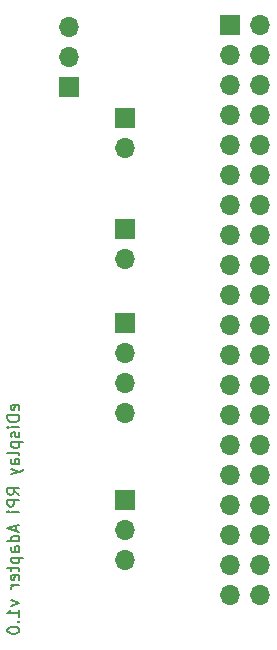
<source format=gbs>
%TF.GenerationSoftware,KiCad,Pcbnew,7.0.2-6a45011f42~172~ubuntu20.04.1*%
%TF.CreationDate,2023-04-23T14:48:57-04:00*%
%TF.ProjectId,RPiHeaderAdapter,52506948-6561-4646-9572-416461707465,rev?*%
%TF.SameCoordinates,Original*%
%TF.FileFunction,Soldermask,Bot*%
%TF.FilePolarity,Negative*%
%FSLAX46Y46*%
G04 Gerber Fmt 4.6, Leading zero omitted, Abs format (unit mm)*
G04 Created by KiCad (PCBNEW 7.0.2-6a45011f42~172~ubuntu20.04.1) date 2023-04-23 14:48:57*
%MOMM*%
%LPD*%
G01*
G04 APERTURE LIST*
%ADD10C,0.150000*%
%ADD11R,1.700000X1.700000*%
%ADD12O,1.700000X1.700000*%
G04 APERTURE END LIST*
D10*
X125839400Y-91220847D02*
X125887019Y-91125609D01*
X125887019Y-91125609D02*
X125887019Y-90935133D01*
X125887019Y-90935133D02*
X125839400Y-90839895D01*
X125839400Y-90839895D02*
X125744161Y-90792276D01*
X125744161Y-90792276D02*
X125363209Y-90792276D01*
X125363209Y-90792276D02*
X125267971Y-90839895D01*
X125267971Y-90839895D02*
X125220352Y-90935133D01*
X125220352Y-90935133D02*
X125220352Y-91125609D01*
X125220352Y-91125609D02*
X125267971Y-91220847D01*
X125267971Y-91220847D02*
X125363209Y-91268466D01*
X125363209Y-91268466D02*
X125458447Y-91268466D01*
X125458447Y-91268466D02*
X125553685Y-90792276D01*
X125887019Y-91697038D02*
X124887019Y-91697038D01*
X124887019Y-91697038D02*
X124887019Y-91935133D01*
X124887019Y-91935133D02*
X124934638Y-92077990D01*
X124934638Y-92077990D02*
X125029876Y-92173228D01*
X125029876Y-92173228D02*
X125125114Y-92220847D01*
X125125114Y-92220847D02*
X125315590Y-92268466D01*
X125315590Y-92268466D02*
X125458447Y-92268466D01*
X125458447Y-92268466D02*
X125648923Y-92220847D01*
X125648923Y-92220847D02*
X125744161Y-92173228D01*
X125744161Y-92173228D02*
X125839400Y-92077990D01*
X125839400Y-92077990D02*
X125887019Y-91935133D01*
X125887019Y-91935133D02*
X125887019Y-91697038D01*
X125887019Y-92697038D02*
X125220352Y-92697038D01*
X124887019Y-92697038D02*
X124934638Y-92649419D01*
X124934638Y-92649419D02*
X124982257Y-92697038D01*
X124982257Y-92697038D02*
X124934638Y-92744657D01*
X124934638Y-92744657D02*
X124887019Y-92697038D01*
X124887019Y-92697038D02*
X124982257Y-92697038D01*
X125839400Y-93125609D02*
X125887019Y-93220847D01*
X125887019Y-93220847D02*
X125887019Y-93411323D01*
X125887019Y-93411323D02*
X125839400Y-93506561D01*
X125839400Y-93506561D02*
X125744161Y-93554180D01*
X125744161Y-93554180D02*
X125696542Y-93554180D01*
X125696542Y-93554180D02*
X125601304Y-93506561D01*
X125601304Y-93506561D02*
X125553685Y-93411323D01*
X125553685Y-93411323D02*
X125553685Y-93268466D01*
X125553685Y-93268466D02*
X125506066Y-93173228D01*
X125506066Y-93173228D02*
X125410828Y-93125609D01*
X125410828Y-93125609D02*
X125363209Y-93125609D01*
X125363209Y-93125609D02*
X125267971Y-93173228D01*
X125267971Y-93173228D02*
X125220352Y-93268466D01*
X125220352Y-93268466D02*
X125220352Y-93411323D01*
X125220352Y-93411323D02*
X125267971Y-93506561D01*
X125220352Y-93982752D02*
X126220352Y-93982752D01*
X125267971Y-93982752D02*
X125220352Y-94077990D01*
X125220352Y-94077990D02*
X125220352Y-94268466D01*
X125220352Y-94268466D02*
X125267971Y-94363704D01*
X125267971Y-94363704D02*
X125315590Y-94411323D01*
X125315590Y-94411323D02*
X125410828Y-94458942D01*
X125410828Y-94458942D02*
X125696542Y-94458942D01*
X125696542Y-94458942D02*
X125791780Y-94411323D01*
X125791780Y-94411323D02*
X125839400Y-94363704D01*
X125839400Y-94363704D02*
X125887019Y-94268466D01*
X125887019Y-94268466D02*
X125887019Y-94077990D01*
X125887019Y-94077990D02*
X125839400Y-93982752D01*
X125887019Y-95030371D02*
X125839400Y-94935133D01*
X125839400Y-94935133D02*
X125744161Y-94887514D01*
X125744161Y-94887514D02*
X124887019Y-94887514D01*
X125887019Y-95839895D02*
X125363209Y-95839895D01*
X125363209Y-95839895D02*
X125267971Y-95792276D01*
X125267971Y-95792276D02*
X125220352Y-95697038D01*
X125220352Y-95697038D02*
X125220352Y-95506562D01*
X125220352Y-95506562D02*
X125267971Y-95411324D01*
X125839400Y-95839895D02*
X125887019Y-95744657D01*
X125887019Y-95744657D02*
X125887019Y-95506562D01*
X125887019Y-95506562D02*
X125839400Y-95411324D01*
X125839400Y-95411324D02*
X125744161Y-95363705D01*
X125744161Y-95363705D02*
X125648923Y-95363705D01*
X125648923Y-95363705D02*
X125553685Y-95411324D01*
X125553685Y-95411324D02*
X125506066Y-95506562D01*
X125506066Y-95506562D02*
X125506066Y-95744657D01*
X125506066Y-95744657D02*
X125458447Y-95839895D01*
X125220352Y-96220848D02*
X125887019Y-96458943D01*
X125220352Y-96697038D02*
X125887019Y-96458943D01*
X125887019Y-96458943D02*
X126125114Y-96363705D01*
X126125114Y-96363705D02*
X126172733Y-96316086D01*
X126172733Y-96316086D02*
X126220352Y-96220848D01*
X125887019Y-98411324D02*
X125410828Y-98077991D01*
X125887019Y-97839896D02*
X124887019Y-97839896D01*
X124887019Y-97839896D02*
X124887019Y-98220848D01*
X124887019Y-98220848D02*
X124934638Y-98316086D01*
X124934638Y-98316086D02*
X124982257Y-98363705D01*
X124982257Y-98363705D02*
X125077495Y-98411324D01*
X125077495Y-98411324D02*
X125220352Y-98411324D01*
X125220352Y-98411324D02*
X125315590Y-98363705D01*
X125315590Y-98363705D02*
X125363209Y-98316086D01*
X125363209Y-98316086D02*
X125410828Y-98220848D01*
X125410828Y-98220848D02*
X125410828Y-97839896D01*
X125887019Y-98839896D02*
X124887019Y-98839896D01*
X124887019Y-98839896D02*
X124887019Y-99220848D01*
X124887019Y-99220848D02*
X124934638Y-99316086D01*
X124934638Y-99316086D02*
X124982257Y-99363705D01*
X124982257Y-99363705D02*
X125077495Y-99411324D01*
X125077495Y-99411324D02*
X125220352Y-99411324D01*
X125220352Y-99411324D02*
X125315590Y-99363705D01*
X125315590Y-99363705D02*
X125363209Y-99316086D01*
X125363209Y-99316086D02*
X125410828Y-99220848D01*
X125410828Y-99220848D02*
X125410828Y-98839896D01*
X125887019Y-99839896D02*
X125220352Y-99839896D01*
X124887019Y-99839896D02*
X124934638Y-99792277D01*
X124934638Y-99792277D02*
X124982257Y-99839896D01*
X124982257Y-99839896D02*
X124934638Y-99887515D01*
X124934638Y-99887515D02*
X124887019Y-99839896D01*
X124887019Y-99839896D02*
X124982257Y-99839896D01*
X125601304Y-101030372D02*
X125601304Y-101506562D01*
X125887019Y-100935134D02*
X124887019Y-101268467D01*
X124887019Y-101268467D02*
X125887019Y-101601800D01*
X125887019Y-102363705D02*
X124887019Y-102363705D01*
X125839400Y-102363705D02*
X125887019Y-102268467D01*
X125887019Y-102268467D02*
X125887019Y-102077991D01*
X125887019Y-102077991D02*
X125839400Y-101982753D01*
X125839400Y-101982753D02*
X125791780Y-101935134D01*
X125791780Y-101935134D02*
X125696542Y-101887515D01*
X125696542Y-101887515D02*
X125410828Y-101887515D01*
X125410828Y-101887515D02*
X125315590Y-101935134D01*
X125315590Y-101935134D02*
X125267971Y-101982753D01*
X125267971Y-101982753D02*
X125220352Y-102077991D01*
X125220352Y-102077991D02*
X125220352Y-102268467D01*
X125220352Y-102268467D02*
X125267971Y-102363705D01*
X125887019Y-103268467D02*
X125363209Y-103268467D01*
X125363209Y-103268467D02*
X125267971Y-103220848D01*
X125267971Y-103220848D02*
X125220352Y-103125610D01*
X125220352Y-103125610D02*
X125220352Y-102935134D01*
X125220352Y-102935134D02*
X125267971Y-102839896D01*
X125839400Y-103268467D02*
X125887019Y-103173229D01*
X125887019Y-103173229D02*
X125887019Y-102935134D01*
X125887019Y-102935134D02*
X125839400Y-102839896D01*
X125839400Y-102839896D02*
X125744161Y-102792277D01*
X125744161Y-102792277D02*
X125648923Y-102792277D01*
X125648923Y-102792277D02*
X125553685Y-102839896D01*
X125553685Y-102839896D02*
X125506066Y-102935134D01*
X125506066Y-102935134D02*
X125506066Y-103173229D01*
X125506066Y-103173229D02*
X125458447Y-103268467D01*
X125220352Y-103744658D02*
X126220352Y-103744658D01*
X125267971Y-103744658D02*
X125220352Y-103839896D01*
X125220352Y-103839896D02*
X125220352Y-104030372D01*
X125220352Y-104030372D02*
X125267971Y-104125610D01*
X125267971Y-104125610D02*
X125315590Y-104173229D01*
X125315590Y-104173229D02*
X125410828Y-104220848D01*
X125410828Y-104220848D02*
X125696542Y-104220848D01*
X125696542Y-104220848D02*
X125791780Y-104173229D01*
X125791780Y-104173229D02*
X125839400Y-104125610D01*
X125839400Y-104125610D02*
X125887019Y-104030372D01*
X125887019Y-104030372D02*
X125887019Y-103839896D01*
X125887019Y-103839896D02*
X125839400Y-103744658D01*
X125220352Y-104506563D02*
X125220352Y-104887515D01*
X124887019Y-104649420D02*
X125744161Y-104649420D01*
X125744161Y-104649420D02*
X125839400Y-104697039D01*
X125839400Y-104697039D02*
X125887019Y-104792277D01*
X125887019Y-104792277D02*
X125887019Y-104887515D01*
X125839400Y-105601801D02*
X125887019Y-105506563D01*
X125887019Y-105506563D02*
X125887019Y-105316087D01*
X125887019Y-105316087D02*
X125839400Y-105220849D01*
X125839400Y-105220849D02*
X125744161Y-105173230D01*
X125744161Y-105173230D02*
X125363209Y-105173230D01*
X125363209Y-105173230D02*
X125267971Y-105220849D01*
X125267971Y-105220849D02*
X125220352Y-105316087D01*
X125220352Y-105316087D02*
X125220352Y-105506563D01*
X125220352Y-105506563D02*
X125267971Y-105601801D01*
X125267971Y-105601801D02*
X125363209Y-105649420D01*
X125363209Y-105649420D02*
X125458447Y-105649420D01*
X125458447Y-105649420D02*
X125553685Y-105173230D01*
X125887019Y-106077992D02*
X125220352Y-106077992D01*
X125410828Y-106077992D02*
X125315590Y-106125611D01*
X125315590Y-106125611D02*
X125267971Y-106173230D01*
X125267971Y-106173230D02*
X125220352Y-106268468D01*
X125220352Y-106268468D02*
X125220352Y-106363706D01*
X125220352Y-107363707D02*
X125887019Y-107601802D01*
X125887019Y-107601802D02*
X125220352Y-107839897D01*
X125887019Y-108744659D02*
X125887019Y-108173231D01*
X125887019Y-108458945D02*
X124887019Y-108458945D01*
X124887019Y-108458945D02*
X125029876Y-108363707D01*
X125029876Y-108363707D02*
X125125114Y-108268469D01*
X125125114Y-108268469D02*
X125172733Y-108173231D01*
X125791780Y-109173231D02*
X125839400Y-109220850D01*
X125839400Y-109220850D02*
X125887019Y-109173231D01*
X125887019Y-109173231D02*
X125839400Y-109125612D01*
X125839400Y-109125612D02*
X125791780Y-109173231D01*
X125791780Y-109173231D02*
X125887019Y-109173231D01*
X124887019Y-109839897D02*
X124887019Y-109935135D01*
X124887019Y-109935135D02*
X124934638Y-110030373D01*
X124934638Y-110030373D02*
X124982257Y-110077992D01*
X124982257Y-110077992D02*
X125077495Y-110125611D01*
X125077495Y-110125611D02*
X125267971Y-110173230D01*
X125267971Y-110173230D02*
X125506066Y-110173230D01*
X125506066Y-110173230D02*
X125696542Y-110125611D01*
X125696542Y-110125611D02*
X125791780Y-110077992D01*
X125791780Y-110077992D02*
X125839400Y-110030373D01*
X125839400Y-110030373D02*
X125887019Y-109935135D01*
X125887019Y-109935135D02*
X125887019Y-109839897D01*
X125887019Y-109839897D02*
X125839400Y-109744659D01*
X125839400Y-109744659D02*
X125791780Y-109697040D01*
X125791780Y-109697040D02*
X125696542Y-109649421D01*
X125696542Y-109649421D02*
X125506066Y-109601802D01*
X125506066Y-109601802D02*
X125267971Y-109601802D01*
X125267971Y-109601802D02*
X125077495Y-109649421D01*
X125077495Y-109649421D02*
X124982257Y-109697040D01*
X124982257Y-109697040D02*
X124934638Y-109744659D01*
X124934638Y-109744659D02*
X124887019Y-109839897D01*
D11*
X134874000Y-75935600D03*
D12*
X134874000Y-78475600D03*
D11*
X134797800Y-98871800D03*
D12*
X134797800Y-101411800D03*
X134797800Y-103951800D03*
D11*
X134797800Y-83845000D03*
D12*
X134797800Y-86385000D03*
X134797800Y-88925000D03*
X134797800Y-91465000D03*
D11*
X130124200Y-63881000D03*
D12*
X130124200Y-61341000D03*
X130124200Y-58801000D03*
D11*
X134797800Y-66532600D03*
D12*
X134797800Y-69072600D03*
D11*
X143738600Y-58648600D03*
D12*
X146278600Y-58648600D03*
X143738600Y-61188600D03*
X146278600Y-61188600D03*
X143738600Y-63728600D03*
X146278600Y-63728600D03*
X143738600Y-66268600D03*
X146278600Y-66268600D03*
X143738600Y-68808600D03*
X146278600Y-68808600D03*
X143738600Y-71348600D03*
X146278600Y-71348600D03*
X143738600Y-73888600D03*
X146278600Y-73888600D03*
X143738600Y-76428600D03*
X146278600Y-76428600D03*
X143738600Y-78968600D03*
X146278600Y-78968600D03*
X143738600Y-81508600D03*
X146278600Y-81508600D03*
X143738600Y-84048600D03*
X146278600Y-84048600D03*
X143738600Y-86588600D03*
X146278600Y-86588600D03*
X143738600Y-89128600D03*
X146278600Y-89128600D03*
X143738600Y-91668600D03*
X146278600Y-91668600D03*
X143738600Y-94208600D03*
X146278600Y-94208600D03*
X143738600Y-96748600D03*
X146278600Y-96748600D03*
X143738600Y-99288600D03*
X146278600Y-99288600D03*
X143738600Y-101828600D03*
X146278600Y-101828600D03*
X143738600Y-104368600D03*
X146278600Y-104368600D03*
X143738600Y-106908600D03*
X146278600Y-106908600D03*
M02*

</source>
